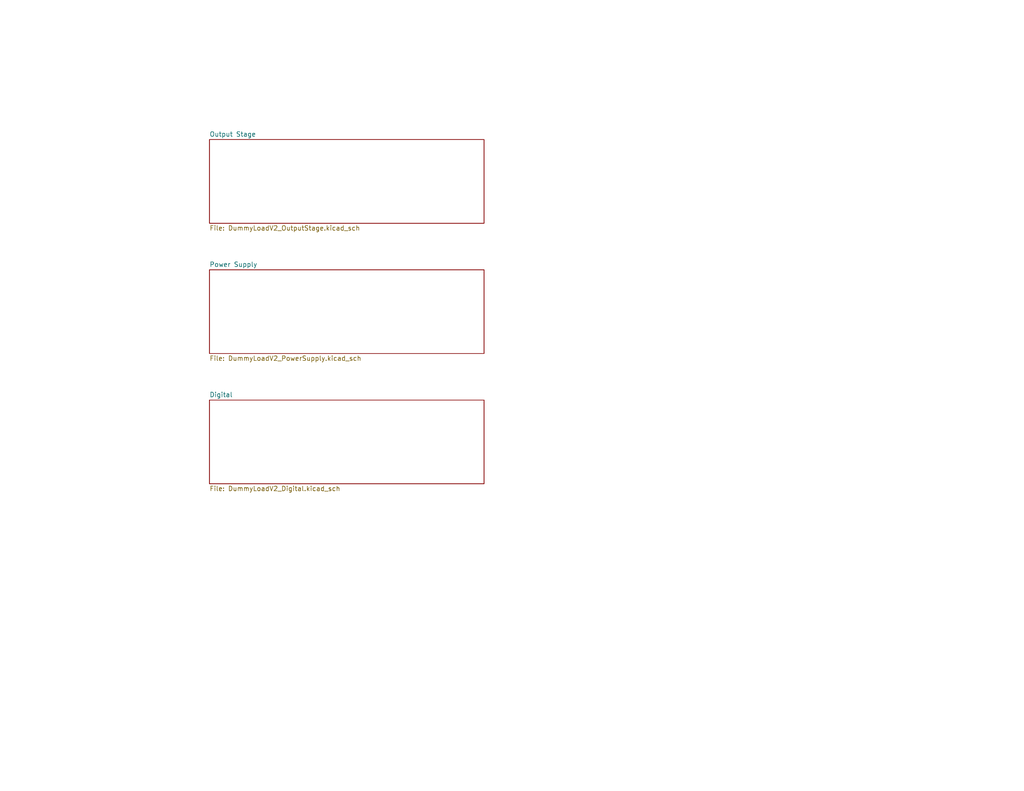
<source format=kicad_sch>
(kicad_sch (version 20230121) (generator eeschema)
  (paper "USLetter")
  (title_block (title "Dummy Load V2") (rev "1"))
  (lib_symbols)
  (sheet (at 57.15 109.22) (size 74.93 22.86) (stroke (width 0.1524))
    (property "Sheetname" "Digital" (at 57.15 108.5084 0) (effects (justify left bottom)))
    (property "Sheetfile" "DummyLoadV2_Digital.kicad_sch" (at 57.15 132.6646 0) (effects (justify left top)))
  )
  (sheet (at 57.15 73.66) (size 74.93 22.86) (stroke (width 0.1524))
    (property "Sheetname" "Power Supply" (at 57.15 72.9484 0) (effects (justify left bottom)))
    (property "Sheetfile" "DummyLoadV2_PowerSupply.kicad_sch" (at 57.15 97.1046 0) (effects (justify left top)))
  )
  (sheet (at 57.15 38.1) (size 74.93 22.86) (stroke (width 0.1524))
    (property "Sheetname" "Output Stage" (at 57.15 37.3884 0) (effects (justify left bottom)))
    (property "Sheetfile" "DummyLoadV2_OutputStage.kicad_sch" (at 57.15 61.5446 0) (effects (justify left top)))
  )
)
</source>
